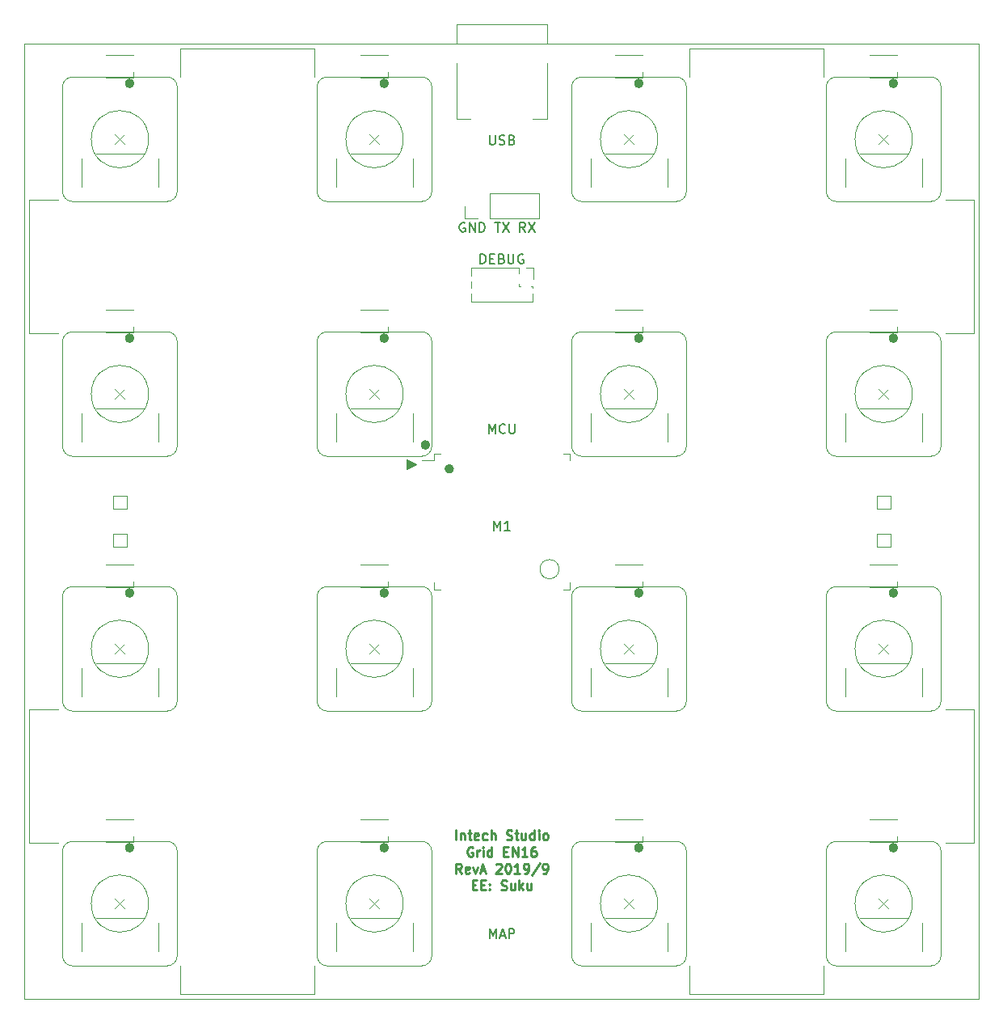
<source format=gbr>
G04 #@! TF.GenerationSoftware,KiCad,Pcbnew,(5.1.2)-2*
G04 #@! TF.CreationDate,2019-09-25T13:44:58+02:00*
G04 #@! TF.ProjectId,EN16,454e3136-2e6b-4696-9361-645f70636258,rev?*
G04 #@! TF.SameCoordinates,Original*
G04 #@! TF.FileFunction,Legend,Top*
G04 #@! TF.FilePolarity,Positive*
%FSLAX46Y46*%
G04 Gerber Fmt 4.6, Leading zero omitted, Abs format (unit mm)*
G04 Created by KiCad (PCBNEW (5.1.2)-2) date 2019-09-25 13:44:58*
%MOMM*%
%LPD*%
G04 APERTURE LIST*
%ADD10C,0.150000*%
%ADD11C,0.250000*%
%ADD12C,0.120000*%
%ADD13C,0.500000*%
%ADD14C,0.100000*%
G04 APERTURE END LIST*
D10*
X98738095Y-59574380D02*
X98738095Y-60383904D01*
X98785714Y-60479142D01*
X98833333Y-60526761D01*
X98928571Y-60574380D01*
X99119047Y-60574380D01*
X99214285Y-60526761D01*
X99261904Y-60479142D01*
X99309523Y-60383904D01*
X99309523Y-59574380D01*
X99738095Y-60526761D02*
X99880952Y-60574380D01*
X100119047Y-60574380D01*
X100214285Y-60526761D01*
X100261904Y-60479142D01*
X100309523Y-60383904D01*
X100309523Y-60288666D01*
X100261904Y-60193428D01*
X100214285Y-60145809D01*
X100119047Y-60098190D01*
X99928571Y-60050571D01*
X99833333Y-60002952D01*
X99785714Y-59955333D01*
X99738095Y-59860095D01*
X99738095Y-59764857D01*
X99785714Y-59669619D01*
X99833333Y-59622000D01*
X99928571Y-59574380D01*
X100166666Y-59574380D01*
X100309523Y-59622000D01*
X101071428Y-60050571D02*
X101214285Y-60098190D01*
X101261904Y-60145809D01*
X101309523Y-60241047D01*
X101309523Y-60383904D01*
X101261904Y-60479142D01*
X101214285Y-60526761D01*
X101119047Y-60574380D01*
X100738095Y-60574380D01*
X100738095Y-59574380D01*
X101071428Y-59574380D01*
X101166666Y-59622000D01*
X101214285Y-59669619D01*
X101261904Y-59764857D01*
X101261904Y-59860095D01*
X101214285Y-59955333D01*
X101166666Y-60002952D01*
X101071428Y-60050571D01*
X100738095Y-60050571D01*
X96134857Y-68766000D02*
X96039619Y-68718380D01*
X95896761Y-68718380D01*
X95753904Y-68766000D01*
X95658666Y-68861238D01*
X95611047Y-68956476D01*
X95563428Y-69146952D01*
X95563428Y-69289809D01*
X95611047Y-69480285D01*
X95658666Y-69575523D01*
X95753904Y-69670761D01*
X95896761Y-69718380D01*
X95992000Y-69718380D01*
X96134857Y-69670761D01*
X96182476Y-69623142D01*
X96182476Y-69289809D01*
X95992000Y-69289809D01*
X96611047Y-69718380D02*
X96611047Y-68718380D01*
X97182476Y-69718380D01*
X97182476Y-68718380D01*
X97658666Y-69718380D02*
X97658666Y-68718380D01*
X97896761Y-68718380D01*
X98039619Y-68766000D01*
X98134857Y-68861238D01*
X98182476Y-68956476D01*
X98230095Y-69146952D01*
X98230095Y-69289809D01*
X98182476Y-69480285D01*
X98134857Y-69575523D01*
X98039619Y-69670761D01*
X97896761Y-69718380D01*
X97658666Y-69718380D01*
X99277714Y-68718380D02*
X99849142Y-68718380D01*
X99563428Y-69718380D02*
X99563428Y-68718380D01*
X100087238Y-68718380D02*
X100753904Y-69718380D01*
X100753904Y-68718380D02*
X100087238Y-69718380D01*
X102468190Y-69718380D02*
X102134857Y-69242190D01*
X101896761Y-69718380D02*
X101896761Y-68718380D01*
X102277714Y-68718380D01*
X102372952Y-68766000D01*
X102420571Y-68813619D01*
X102468190Y-68908857D01*
X102468190Y-69051714D01*
X102420571Y-69146952D01*
X102372952Y-69194571D01*
X102277714Y-69242190D01*
X101896761Y-69242190D01*
X102801523Y-68718380D02*
X103468190Y-69718380D01*
X103468190Y-68718380D02*
X102801523Y-69718380D01*
X97761904Y-73020380D02*
X97761904Y-72020380D01*
X98000000Y-72020380D01*
X98142857Y-72068000D01*
X98238095Y-72163238D01*
X98285714Y-72258476D01*
X98333333Y-72448952D01*
X98333333Y-72591809D01*
X98285714Y-72782285D01*
X98238095Y-72877523D01*
X98142857Y-72972761D01*
X98000000Y-73020380D01*
X97761904Y-73020380D01*
X98761904Y-72496571D02*
X99095238Y-72496571D01*
X99238095Y-73020380D02*
X98761904Y-73020380D01*
X98761904Y-72020380D01*
X99238095Y-72020380D01*
X100000000Y-72496571D02*
X100142857Y-72544190D01*
X100190476Y-72591809D01*
X100238095Y-72687047D01*
X100238095Y-72829904D01*
X100190476Y-72925142D01*
X100142857Y-72972761D01*
X100047619Y-73020380D01*
X99666666Y-73020380D01*
X99666666Y-72020380D01*
X100000000Y-72020380D01*
X100095238Y-72068000D01*
X100142857Y-72115619D01*
X100190476Y-72210857D01*
X100190476Y-72306095D01*
X100142857Y-72401333D01*
X100095238Y-72448952D01*
X100000000Y-72496571D01*
X99666666Y-72496571D01*
X100666666Y-72020380D02*
X100666666Y-72829904D01*
X100714285Y-72925142D01*
X100761904Y-72972761D01*
X100857142Y-73020380D01*
X101047619Y-73020380D01*
X101142857Y-72972761D01*
X101190476Y-72925142D01*
X101238095Y-72829904D01*
X101238095Y-72020380D01*
X102238095Y-72068000D02*
X102142857Y-72020380D01*
X102000000Y-72020380D01*
X101857142Y-72068000D01*
X101761904Y-72163238D01*
X101714285Y-72258476D01*
X101666666Y-72448952D01*
X101666666Y-72591809D01*
X101714285Y-72782285D01*
X101761904Y-72877523D01*
X101857142Y-72972761D01*
X102000000Y-73020380D01*
X102095238Y-73020380D01*
X102238095Y-72972761D01*
X102285714Y-72925142D01*
X102285714Y-72591809D01*
X102095238Y-72591809D01*
X98738095Y-143632380D02*
X98738095Y-142632380D01*
X99071428Y-143346666D01*
X99404761Y-142632380D01*
X99404761Y-143632380D01*
X99833333Y-143346666D02*
X100309523Y-143346666D01*
X99738095Y-143632380D02*
X100071428Y-142632380D01*
X100404761Y-143632380D01*
X100738095Y-143632380D02*
X100738095Y-142632380D01*
X101119047Y-142632380D01*
X101214285Y-142680000D01*
X101261904Y-142727619D01*
X101309523Y-142822857D01*
X101309523Y-142965714D01*
X101261904Y-143060952D01*
X101214285Y-143108571D01*
X101119047Y-143156190D01*
X100738095Y-143156190D01*
X98642857Y-90800380D02*
X98642857Y-89800380D01*
X98976190Y-90514666D01*
X99309523Y-89800380D01*
X99309523Y-90800380D01*
X100357142Y-90705142D02*
X100309523Y-90752761D01*
X100166666Y-90800380D01*
X100071428Y-90800380D01*
X99928571Y-90752761D01*
X99833333Y-90657523D01*
X99785714Y-90562285D01*
X99738095Y-90371809D01*
X99738095Y-90228952D01*
X99785714Y-90038476D01*
X99833333Y-89943238D01*
X99928571Y-89848000D01*
X100071428Y-89800380D01*
X100166666Y-89800380D01*
X100309523Y-89848000D01*
X100357142Y-89895619D01*
X100785714Y-89800380D02*
X100785714Y-90609904D01*
X100833333Y-90705142D01*
X100880952Y-90752761D01*
X100976190Y-90800380D01*
X101166666Y-90800380D01*
X101261904Y-90752761D01*
X101309523Y-90705142D01*
X101357142Y-90609904D01*
X101357142Y-89800380D01*
D11*
X95214285Y-133327380D02*
X95214285Y-132327380D01*
X95690476Y-132660714D02*
X95690476Y-133327380D01*
X95690476Y-132755952D02*
X95738095Y-132708333D01*
X95833333Y-132660714D01*
X95976190Y-132660714D01*
X96071428Y-132708333D01*
X96119047Y-132803571D01*
X96119047Y-133327380D01*
X96452380Y-132660714D02*
X96833333Y-132660714D01*
X96595238Y-132327380D02*
X96595238Y-133184523D01*
X96642857Y-133279761D01*
X96738095Y-133327380D01*
X96833333Y-133327380D01*
X97547619Y-133279761D02*
X97452380Y-133327380D01*
X97261904Y-133327380D01*
X97166666Y-133279761D01*
X97119047Y-133184523D01*
X97119047Y-132803571D01*
X97166666Y-132708333D01*
X97261904Y-132660714D01*
X97452380Y-132660714D01*
X97547619Y-132708333D01*
X97595238Y-132803571D01*
X97595238Y-132898809D01*
X97119047Y-132994047D01*
X98452380Y-133279761D02*
X98357142Y-133327380D01*
X98166666Y-133327380D01*
X98071428Y-133279761D01*
X98023809Y-133232142D01*
X97976190Y-133136904D01*
X97976190Y-132851190D01*
X98023809Y-132755952D01*
X98071428Y-132708333D01*
X98166666Y-132660714D01*
X98357142Y-132660714D01*
X98452380Y-132708333D01*
X98880952Y-133327380D02*
X98880952Y-132327380D01*
X99309523Y-133327380D02*
X99309523Y-132803571D01*
X99261904Y-132708333D01*
X99166666Y-132660714D01*
X99023809Y-132660714D01*
X98928571Y-132708333D01*
X98880952Y-132755952D01*
X100500000Y-133279761D02*
X100642857Y-133327380D01*
X100880952Y-133327380D01*
X100976190Y-133279761D01*
X101023809Y-133232142D01*
X101071428Y-133136904D01*
X101071428Y-133041666D01*
X101023809Y-132946428D01*
X100976190Y-132898809D01*
X100880952Y-132851190D01*
X100690476Y-132803571D01*
X100595238Y-132755952D01*
X100547619Y-132708333D01*
X100500000Y-132613095D01*
X100500000Y-132517857D01*
X100547619Y-132422619D01*
X100595238Y-132375000D01*
X100690476Y-132327380D01*
X100928571Y-132327380D01*
X101071428Y-132375000D01*
X101357142Y-132660714D02*
X101738095Y-132660714D01*
X101500000Y-132327380D02*
X101500000Y-133184523D01*
X101547619Y-133279761D01*
X101642857Y-133327380D01*
X101738095Y-133327380D01*
X102500000Y-132660714D02*
X102500000Y-133327380D01*
X102071428Y-132660714D02*
X102071428Y-133184523D01*
X102119047Y-133279761D01*
X102214285Y-133327380D01*
X102357142Y-133327380D01*
X102452380Y-133279761D01*
X102500000Y-133232142D01*
X103404761Y-133327380D02*
X103404761Y-132327380D01*
X103404761Y-133279761D02*
X103309523Y-133327380D01*
X103119047Y-133327380D01*
X103023809Y-133279761D01*
X102976190Y-133232142D01*
X102928571Y-133136904D01*
X102928571Y-132851190D01*
X102976190Y-132755952D01*
X103023809Y-132708333D01*
X103119047Y-132660714D01*
X103309523Y-132660714D01*
X103404761Y-132708333D01*
X103880952Y-133327380D02*
X103880952Y-132660714D01*
X103880952Y-132327380D02*
X103833333Y-132375000D01*
X103880952Y-132422619D01*
X103928571Y-132375000D01*
X103880952Y-132327380D01*
X103880952Y-132422619D01*
X104500000Y-133327380D02*
X104404761Y-133279761D01*
X104357142Y-133232142D01*
X104309523Y-133136904D01*
X104309523Y-132851190D01*
X104357142Y-132755952D01*
X104404761Y-132708333D01*
X104500000Y-132660714D01*
X104642857Y-132660714D01*
X104738095Y-132708333D01*
X104785714Y-132755952D01*
X104833333Y-132851190D01*
X104833333Y-133136904D01*
X104785714Y-133232142D01*
X104738095Y-133279761D01*
X104642857Y-133327380D01*
X104500000Y-133327380D01*
X96952380Y-134125000D02*
X96857142Y-134077380D01*
X96714285Y-134077380D01*
X96571428Y-134125000D01*
X96476190Y-134220238D01*
X96428571Y-134315476D01*
X96380952Y-134505952D01*
X96380952Y-134648809D01*
X96428571Y-134839285D01*
X96476190Y-134934523D01*
X96571428Y-135029761D01*
X96714285Y-135077380D01*
X96809523Y-135077380D01*
X96952380Y-135029761D01*
X97000000Y-134982142D01*
X97000000Y-134648809D01*
X96809523Y-134648809D01*
X97428571Y-135077380D02*
X97428571Y-134410714D01*
X97428571Y-134601190D02*
X97476190Y-134505952D01*
X97523809Y-134458333D01*
X97619047Y-134410714D01*
X97714285Y-134410714D01*
X98047619Y-135077380D02*
X98047619Y-134410714D01*
X98047619Y-134077380D02*
X98000000Y-134125000D01*
X98047619Y-134172619D01*
X98095238Y-134125000D01*
X98047619Y-134077380D01*
X98047619Y-134172619D01*
X98952380Y-135077380D02*
X98952380Y-134077380D01*
X98952380Y-135029761D02*
X98857142Y-135077380D01*
X98666666Y-135077380D01*
X98571428Y-135029761D01*
X98523809Y-134982142D01*
X98476190Y-134886904D01*
X98476190Y-134601190D01*
X98523809Y-134505952D01*
X98571428Y-134458333D01*
X98666666Y-134410714D01*
X98857142Y-134410714D01*
X98952380Y-134458333D01*
X100190476Y-134553571D02*
X100523809Y-134553571D01*
X100666666Y-135077380D02*
X100190476Y-135077380D01*
X100190476Y-134077380D01*
X100666666Y-134077380D01*
X101095238Y-135077380D02*
X101095238Y-134077380D01*
X101666666Y-135077380D01*
X101666666Y-134077380D01*
X102666666Y-135077380D02*
X102095238Y-135077380D01*
X102380952Y-135077380D02*
X102380952Y-134077380D01*
X102285714Y-134220238D01*
X102190476Y-134315476D01*
X102095238Y-134363095D01*
X103523809Y-134077380D02*
X103333333Y-134077380D01*
X103238095Y-134125000D01*
X103190476Y-134172619D01*
X103095238Y-134315476D01*
X103047619Y-134505952D01*
X103047619Y-134886904D01*
X103095238Y-134982142D01*
X103142857Y-135029761D01*
X103238095Y-135077380D01*
X103428571Y-135077380D01*
X103523809Y-135029761D01*
X103571428Y-134982142D01*
X103619047Y-134886904D01*
X103619047Y-134648809D01*
X103571428Y-134553571D01*
X103523809Y-134505952D01*
X103428571Y-134458333D01*
X103238095Y-134458333D01*
X103142857Y-134505952D01*
X103095238Y-134553571D01*
X103047619Y-134648809D01*
X95785714Y-136827380D02*
X95452380Y-136351190D01*
X95214285Y-136827380D02*
X95214285Y-135827380D01*
X95595238Y-135827380D01*
X95690476Y-135875000D01*
X95738095Y-135922619D01*
X95785714Y-136017857D01*
X95785714Y-136160714D01*
X95738095Y-136255952D01*
X95690476Y-136303571D01*
X95595238Y-136351190D01*
X95214285Y-136351190D01*
X96595238Y-136779761D02*
X96500000Y-136827380D01*
X96309523Y-136827380D01*
X96214285Y-136779761D01*
X96166666Y-136684523D01*
X96166666Y-136303571D01*
X96214285Y-136208333D01*
X96309523Y-136160714D01*
X96500000Y-136160714D01*
X96595238Y-136208333D01*
X96642857Y-136303571D01*
X96642857Y-136398809D01*
X96166666Y-136494047D01*
X96976190Y-136160714D02*
X97214285Y-136827380D01*
X97452380Y-136160714D01*
X97785714Y-136541666D02*
X98261904Y-136541666D01*
X97690476Y-136827380D02*
X98023809Y-135827380D01*
X98357142Y-136827380D01*
X99404761Y-135922619D02*
X99452380Y-135875000D01*
X99547619Y-135827380D01*
X99785714Y-135827380D01*
X99880952Y-135875000D01*
X99928571Y-135922619D01*
X99976190Y-136017857D01*
X99976190Y-136113095D01*
X99928571Y-136255952D01*
X99357142Y-136827380D01*
X99976190Y-136827380D01*
X100595238Y-135827380D02*
X100690476Y-135827380D01*
X100785714Y-135875000D01*
X100833333Y-135922619D01*
X100880952Y-136017857D01*
X100928571Y-136208333D01*
X100928571Y-136446428D01*
X100880952Y-136636904D01*
X100833333Y-136732142D01*
X100785714Y-136779761D01*
X100690476Y-136827380D01*
X100595238Y-136827380D01*
X100500000Y-136779761D01*
X100452380Y-136732142D01*
X100404761Y-136636904D01*
X100357142Y-136446428D01*
X100357142Y-136208333D01*
X100404761Y-136017857D01*
X100452380Y-135922619D01*
X100500000Y-135875000D01*
X100595238Y-135827380D01*
X101880952Y-136827380D02*
X101309523Y-136827380D01*
X101595238Y-136827380D02*
X101595238Y-135827380D01*
X101500000Y-135970238D01*
X101404761Y-136065476D01*
X101309523Y-136113095D01*
X102357142Y-136827380D02*
X102547619Y-136827380D01*
X102642857Y-136779761D01*
X102690476Y-136732142D01*
X102785714Y-136589285D01*
X102833333Y-136398809D01*
X102833333Y-136017857D01*
X102785714Y-135922619D01*
X102738095Y-135875000D01*
X102642857Y-135827380D01*
X102452380Y-135827380D01*
X102357142Y-135875000D01*
X102309523Y-135922619D01*
X102261904Y-136017857D01*
X102261904Y-136255952D01*
X102309523Y-136351190D01*
X102357142Y-136398809D01*
X102452380Y-136446428D01*
X102642857Y-136446428D01*
X102738095Y-136398809D01*
X102785714Y-136351190D01*
X102833333Y-136255952D01*
X103976190Y-135779761D02*
X103119047Y-137065476D01*
X104357142Y-136827380D02*
X104547619Y-136827380D01*
X104642857Y-136779761D01*
X104690476Y-136732142D01*
X104785714Y-136589285D01*
X104833333Y-136398809D01*
X104833333Y-136017857D01*
X104785714Y-135922619D01*
X104738095Y-135875000D01*
X104642857Y-135827380D01*
X104452380Y-135827380D01*
X104357142Y-135875000D01*
X104309523Y-135922619D01*
X104261904Y-136017857D01*
X104261904Y-136255952D01*
X104309523Y-136351190D01*
X104357142Y-136398809D01*
X104452380Y-136446428D01*
X104642857Y-136446428D01*
X104738095Y-136398809D01*
X104785714Y-136351190D01*
X104833333Y-136255952D01*
X96928571Y-138053571D02*
X97261904Y-138053571D01*
X97404761Y-138577380D02*
X96928571Y-138577380D01*
X96928571Y-137577380D01*
X97404761Y-137577380D01*
X97833333Y-138053571D02*
X98166666Y-138053571D01*
X98309523Y-138577380D02*
X97833333Y-138577380D01*
X97833333Y-137577380D01*
X98309523Y-137577380D01*
X98738095Y-138482142D02*
X98785714Y-138529761D01*
X98738095Y-138577380D01*
X98690476Y-138529761D01*
X98738095Y-138482142D01*
X98738095Y-138577380D01*
X98738095Y-137958333D02*
X98785714Y-138005952D01*
X98738095Y-138053571D01*
X98690476Y-138005952D01*
X98738095Y-137958333D01*
X98738095Y-138053571D01*
X99928571Y-138529761D02*
X100071428Y-138577380D01*
X100309523Y-138577380D01*
X100404761Y-138529761D01*
X100452380Y-138482142D01*
X100500000Y-138386904D01*
X100500000Y-138291666D01*
X100452380Y-138196428D01*
X100404761Y-138148809D01*
X100309523Y-138101190D01*
X100119047Y-138053571D01*
X100023809Y-138005952D01*
X99976190Y-137958333D01*
X99928571Y-137863095D01*
X99928571Y-137767857D01*
X99976190Y-137672619D01*
X100023809Y-137625000D01*
X100119047Y-137577380D01*
X100357142Y-137577380D01*
X100500000Y-137625000D01*
X101357142Y-137910714D02*
X101357142Y-138577380D01*
X100928571Y-137910714D02*
X100928571Y-138434523D01*
X100976190Y-138529761D01*
X101071428Y-138577380D01*
X101214285Y-138577380D01*
X101309523Y-138529761D01*
X101357142Y-138482142D01*
X101833333Y-138577380D02*
X101833333Y-137577380D01*
X101928571Y-138196428D02*
X102214285Y-138577380D01*
X102214285Y-137910714D02*
X101833333Y-138291666D01*
X103071428Y-137910714D02*
X103071428Y-138577380D01*
X102642857Y-137910714D02*
X102642857Y-138434523D01*
X102690476Y-138529761D01*
X102785714Y-138577380D01*
X102928571Y-138577380D01*
X103023809Y-138529761D01*
X103071428Y-138482142D01*
D12*
X57495000Y-141505000D02*
X62495000Y-141505000D01*
X59495000Y-139505000D02*
X60495000Y-140505000D01*
X59495000Y-140505000D02*
X60495000Y-139505000D01*
X62995000Y-140005000D02*
G75*
G03X62995000Y-140005000I-3000000J0D01*
G01*
X54995000Y-146505000D02*
G75*
G02X53995000Y-145505000I0J1000000D01*
G01*
X65995000Y-145505000D02*
G75*
G02X64995000Y-146505000I-1000000J0D01*
G01*
X64995000Y-133505000D02*
G75*
G02X65995000Y-134505000I0J-1000000D01*
G01*
X53995000Y-134505000D02*
G75*
G02X54995000Y-133505000I1000000J0D01*
G01*
X65995000Y-145505000D02*
X65995000Y-134505000D01*
X63995000Y-145005000D02*
X63995000Y-142005000D01*
X54995000Y-146505000D02*
X64995000Y-146505000D01*
X55995000Y-142005000D02*
X55995000Y-145005000D01*
X53995000Y-134505000D02*
X53995000Y-145505000D01*
X54995000Y-133505000D02*
X64995000Y-133505000D01*
X50000000Y-150000000D02*
X50000000Y-50000000D01*
X150000000Y-150000000D02*
X50000000Y-150000000D01*
X150000000Y-50000000D02*
X150000000Y-150000000D01*
X50000000Y-50000000D02*
X150000000Y-50000000D01*
D13*
X141271000Y-54153000D02*
G75*
G03X141271000Y-54153000I-250000J0D01*
G01*
D12*
X138555000Y-53525000D02*
X141455000Y-53525000D01*
X138555000Y-51225000D02*
X141455000Y-51225000D01*
X141455000Y-52925000D02*
X141455000Y-53525000D01*
X80330000Y-50510000D02*
X80330000Y-53510000D01*
X66330000Y-50510000D02*
X80330000Y-50510000D01*
X66330000Y-53510000D02*
X66330000Y-50510000D01*
D13*
X114601000Y-107493000D02*
G75*
G03X114601000Y-107493000I-250000J0D01*
G01*
D12*
X111885000Y-106865000D02*
X114785000Y-106865000D01*
X111885000Y-104565000D02*
X114785000Y-104565000D01*
X114785000Y-106265000D02*
X114785000Y-106865000D01*
D13*
X141271000Y-107493000D02*
G75*
G03X141271000Y-107493000I-250000J0D01*
G01*
D12*
X138555000Y-106865000D02*
X141455000Y-106865000D01*
X138555000Y-104565000D02*
X141455000Y-104565000D01*
X141455000Y-106265000D02*
X141455000Y-106865000D01*
D13*
X61261000Y-107493000D02*
G75*
G03X61261000Y-107493000I-250000J0D01*
G01*
D12*
X58545000Y-106865000D02*
X61445000Y-106865000D01*
X58545000Y-104565000D02*
X61445000Y-104565000D01*
X61445000Y-106265000D02*
X61445000Y-106865000D01*
D13*
X87931000Y-80823000D02*
G75*
G03X87931000Y-80823000I-250000J0D01*
G01*
D12*
X85215000Y-80195000D02*
X88115000Y-80195000D01*
X85215000Y-77895000D02*
X88115000Y-77895000D01*
X88115000Y-79595000D02*
X88115000Y-80195000D01*
X104750000Y-48000000D02*
X95250000Y-48000000D01*
X95250000Y-50000000D02*
X95250000Y-48000000D01*
X104750000Y-50000000D02*
X104750000Y-48000000D01*
X104750000Y-57870000D02*
X103250000Y-57870000D01*
X104750000Y-57870000D02*
X104750000Y-52000000D01*
X95250000Y-57870000D02*
X95250000Y-52000000D01*
X96750000Y-57870000D02*
X95250000Y-57870000D01*
X106000000Y-105000000D02*
G75*
G03X106000000Y-105000000I-1000000J0D01*
G01*
D14*
G36*
X90000000Y-93500000D02*
G01*
X91000000Y-94000000D01*
X90000000Y-94500000D01*
X90000000Y-93500000D01*
G37*
X90000000Y-93500000D02*
X91000000Y-94000000D01*
X90000000Y-94500000D01*
X90000000Y-93500000D01*
D13*
X94750000Y-94500000D02*
G75*
G03X94750000Y-94500000I-250000J0D01*
G01*
X92250000Y-92000000D02*
G75*
G03X92250000Y-92000000I-250000J0D01*
G01*
D12*
X92890000Y-93590000D02*
X91600000Y-93590000D01*
X107110000Y-107110000D02*
X107110000Y-106410000D01*
X106410000Y-107110000D02*
X107110000Y-107110000D01*
X92890000Y-107110000D02*
X92890000Y-106410000D01*
X93590000Y-107110000D02*
X92890000Y-107110000D01*
X107110000Y-92890000D02*
X107110000Y-93590000D01*
X106410000Y-92890000D02*
X107110000Y-92890000D01*
X92890000Y-92890000D02*
X92890000Y-93590000D01*
X93590000Y-92890000D02*
X92890000Y-92890000D01*
X139300000Y-102700000D02*
X139300000Y-101300000D01*
X140700000Y-102700000D02*
X139300000Y-102700000D01*
X140700000Y-101300000D02*
X140700000Y-102700000D01*
X139300000Y-101300000D02*
X140700000Y-101300000D01*
X59300000Y-102700000D02*
X59300000Y-101300000D01*
X60700000Y-102700000D02*
X59300000Y-102700000D01*
X60700000Y-101300000D02*
X60700000Y-102700000D01*
X59300000Y-101300000D02*
X60700000Y-101300000D01*
X139300000Y-98700000D02*
X139300000Y-97300000D01*
X140700000Y-98700000D02*
X139300000Y-98700000D01*
X140700000Y-97300000D02*
X140700000Y-98700000D01*
X139300000Y-97300000D02*
X140700000Y-97300000D01*
X59300000Y-98700000D02*
X59300000Y-97300000D01*
X60700000Y-98700000D02*
X59300000Y-98700000D01*
X60700000Y-97300000D02*
X60700000Y-98700000D01*
X59300000Y-97300000D02*
X60700000Y-97300000D01*
X119670000Y-149490000D02*
X119670000Y-146490000D01*
X133670000Y-149490000D02*
X119670000Y-149490000D01*
X133670000Y-146490000D02*
X133670000Y-149490000D01*
X66330000Y-149490000D02*
X66330000Y-146490000D01*
X80330000Y-149490000D02*
X66330000Y-149490000D01*
X80330000Y-146490000D02*
X80330000Y-149490000D01*
D13*
X87931000Y-107493000D02*
G75*
G03X87931000Y-107493000I-250000J0D01*
G01*
D12*
X85215000Y-106865000D02*
X88115000Y-106865000D01*
X85215000Y-104565000D02*
X88115000Y-104565000D01*
X88115000Y-106265000D02*
X88115000Y-106865000D01*
X149490000Y-133670000D02*
X146490000Y-133670000D01*
X149490000Y-119670000D02*
X149490000Y-133670000D01*
X146490000Y-119670000D02*
X149490000Y-119670000D01*
X149490000Y-80330000D02*
X146490000Y-80330000D01*
X149490000Y-66330000D02*
X149490000Y-80330000D01*
X146490000Y-66330000D02*
X149490000Y-66330000D01*
X133670000Y-50510000D02*
X133670000Y-53510000D01*
X119670000Y-50510000D02*
X133670000Y-50510000D01*
X119670000Y-53510000D02*
X119670000Y-50510000D01*
X50510000Y-119670000D02*
X53510000Y-119670000D01*
X50510000Y-133670000D02*
X50510000Y-119670000D01*
X53510000Y-133670000D02*
X50510000Y-133670000D01*
X50510000Y-66330000D02*
X53510000Y-66330000D01*
X50510000Y-80330000D02*
X50510000Y-66330000D01*
X53510000Y-80330000D02*
X50510000Y-80330000D01*
X103300000Y-73470000D02*
X103300000Y-74600000D01*
X102540000Y-73470000D02*
X103300000Y-73470000D01*
X103235000Y-76177530D02*
X103235000Y-77000000D01*
X103235000Y-75360000D02*
X103235000Y-75562470D01*
X103103471Y-75360000D02*
X103235000Y-75360000D01*
X101833471Y-75360000D02*
X101976529Y-75360000D01*
X101780000Y-75163471D02*
X101780000Y-75306529D01*
X101780000Y-73470000D02*
X101780000Y-74036529D01*
X103235000Y-77000000D02*
X96765000Y-77000000D01*
X101780000Y-73470000D02*
X96765000Y-73470000D01*
X96765000Y-74907530D02*
X96765000Y-75562470D01*
X96765000Y-76177530D02*
X96765000Y-77000000D01*
X96765000Y-73470000D02*
X96765000Y-74292470D01*
X96130000Y-68310000D02*
X96130000Y-66980000D01*
X97460000Y-68310000D02*
X96130000Y-68310000D01*
X98730000Y-68310000D02*
X98730000Y-65650000D01*
X98730000Y-65650000D02*
X103870000Y-65650000D01*
X98730000Y-68310000D02*
X103870000Y-68310000D01*
X103870000Y-68310000D02*
X103870000Y-65650000D01*
D13*
X141271000Y-134163000D02*
G75*
G03X141271000Y-134163000I-250000J0D01*
G01*
D12*
X138555000Y-133535000D02*
X141455000Y-133535000D01*
X138555000Y-131235000D02*
X141455000Y-131235000D01*
X141455000Y-132935000D02*
X141455000Y-133535000D01*
D13*
X141271000Y-80823000D02*
G75*
G03X141271000Y-80823000I-250000J0D01*
G01*
D12*
X138555000Y-80195000D02*
X141455000Y-80195000D01*
X138555000Y-77895000D02*
X141455000Y-77895000D01*
X141455000Y-79595000D02*
X141455000Y-80195000D01*
D13*
X114601000Y-134163000D02*
G75*
G03X114601000Y-134163000I-250000J0D01*
G01*
D12*
X111885000Y-133535000D02*
X114785000Y-133535000D01*
X111885000Y-131235000D02*
X114785000Y-131235000D01*
X114785000Y-132935000D02*
X114785000Y-133535000D01*
D13*
X114601000Y-80823000D02*
G75*
G03X114601000Y-80823000I-250000J0D01*
G01*
D12*
X111885000Y-80195000D02*
X114785000Y-80195000D01*
X111885000Y-77895000D02*
X114785000Y-77895000D01*
X114785000Y-79595000D02*
X114785000Y-80195000D01*
D13*
X114601000Y-54153000D02*
G75*
G03X114601000Y-54153000I-250000J0D01*
G01*
D12*
X111885000Y-53525000D02*
X114785000Y-53525000D01*
X111885000Y-51225000D02*
X114785000Y-51225000D01*
X114785000Y-52925000D02*
X114785000Y-53525000D01*
D13*
X87931000Y-134163000D02*
G75*
G03X87931000Y-134163000I-250000J0D01*
G01*
D12*
X85215000Y-133535000D02*
X88115000Y-133535000D01*
X85215000Y-131235000D02*
X88115000Y-131235000D01*
X88115000Y-132935000D02*
X88115000Y-133535000D01*
D13*
X87931000Y-54153000D02*
G75*
G03X87931000Y-54153000I-250000J0D01*
G01*
D12*
X85215000Y-53525000D02*
X88115000Y-53525000D01*
X85215000Y-51225000D02*
X88115000Y-51225000D01*
X88115000Y-52925000D02*
X88115000Y-53525000D01*
D13*
X61261000Y-134163000D02*
G75*
G03X61261000Y-134163000I-250000J0D01*
G01*
D12*
X58545000Y-133535000D02*
X61445000Y-133535000D01*
X58545000Y-131235000D02*
X61445000Y-131235000D01*
X61445000Y-132935000D02*
X61445000Y-133535000D01*
D13*
X61261000Y-80823000D02*
G75*
G03X61261000Y-80823000I-250000J0D01*
G01*
D12*
X58545000Y-80195000D02*
X61445000Y-80195000D01*
X58545000Y-77895000D02*
X61445000Y-77895000D01*
X61445000Y-79595000D02*
X61445000Y-80195000D01*
D13*
X61261000Y-54153000D02*
G75*
G03X61261000Y-54153000I-250000J0D01*
G01*
D12*
X58545000Y-53525000D02*
X61445000Y-53525000D01*
X58545000Y-51225000D02*
X61445000Y-51225000D01*
X61445000Y-52925000D02*
X61445000Y-53525000D01*
X84165000Y-114835000D02*
X89165000Y-114835000D01*
X86165000Y-112835000D02*
X87165000Y-113835000D01*
X86165000Y-113835000D02*
X87165000Y-112835000D01*
X89665000Y-113335000D02*
G75*
G03X89665000Y-113335000I-3000000J0D01*
G01*
X81665000Y-119835000D02*
G75*
G02X80665000Y-118835000I0J1000000D01*
G01*
X92665000Y-118835000D02*
G75*
G02X91665000Y-119835000I-1000000J0D01*
G01*
X91665000Y-106835000D02*
G75*
G02X92665000Y-107835000I0J-1000000D01*
G01*
X80665000Y-107835000D02*
G75*
G02X81665000Y-106835000I1000000J0D01*
G01*
X92665000Y-118835000D02*
X92665000Y-107835000D01*
X90665000Y-118335000D02*
X90665000Y-115335000D01*
X81665000Y-119835000D02*
X91665000Y-119835000D01*
X82665000Y-115335000D02*
X82665000Y-118335000D01*
X80665000Y-107835000D02*
X80665000Y-118835000D01*
X81665000Y-106835000D02*
X91665000Y-106835000D01*
X137505000Y-114835000D02*
X142505000Y-114835000D01*
X139505000Y-112835000D02*
X140505000Y-113835000D01*
X139505000Y-113835000D02*
X140505000Y-112835000D01*
X143005000Y-113335000D02*
G75*
G03X143005000Y-113335000I-3000000J0D01*
G01*
X135005000Y-119835000D02*
G75*
G02X134005000Y-118835000I0J1000000D01*
G01*
X146005000Y-118835000D02*
G75*
G02X145005000Y-119835000I-1000000J0D01*
G01*
X145005000Y-106835000D02*
G75*
G02X146005000Y-107835000I0J-1000000D01*
G01*
X134005000Y-107835000D02*
G75*
G02X135005000Y-106835000I1000000J0D01*
G01*
X146005000Y-118835000D02*
X146005000Y-107835000D01*
X144005000Y-118335000D02*
X144005000Y-115335000D01*
X135005000Y-119835000D02*
X145005000Y-119835000D01*
X136005000Y-115335000D02*
X136005000Y-118335000D01*
X134005000Y-107835000D02*
X134005000Y-118835000D01*
X135005000Y-106835000D02*
X145005000Y-106835000D01*
X137505000Y-61495000D02*
X142505000Y-61495000D01*
X139505000Y-59495000D02*
X140505000Y-60495000D01*
X139505000Y-60495000D02*
X140505000Y-59495000D01*
X143005000Y-59995000D02*
G75*
G03X143005000Y-59995000I-3000000J0D01*
G01*
X135005000Y-66495000D02*
G75*
G02X134005000Y-65495000I0J1000000D01*
G01*
X146005000Y-65495000D02*
G75*
G02X145005000Y-66495000I-1000000J0D01*
G01*
X145005000Y-53495000D02*
G75*
G02X146005000Y-54495000I0J-1000000D01*
G01*
X134005000Y-54495000D02*
G75*
G02X135005000Y-53495000I1000000J0D01*
G01*
X146005000Y-65495000D02*
X146005000Y-54495000D01*
X144005000Y-64995000D02*
X144005000Y-61995000D01*
X135005000Y-66495000D02*
X145005000Y-66495000D01*
X136005000Y-61995000D02*
X136005000Y-64995000D01*
X134005000Y-54495000D02*
X134005000Y-65495000D01*
X135005000Y-53495000D02*
X145005000Y-53495000D01*
X137505000Y-88165000D02*
X142505000Y-88165000D01*
X139505000Y-86165000D02*
X140505000Y-87165000D01*
X139505000Y-87165000D02*
X140505000Y-86165000D01*
X143005000Y-86665000D02*
G75*
G03X143005000Y-86665000I-3000000J0D01*
G01*
X135005000Y-93165000D02*
G75*
G02X134005000Y-92165000I0J1000000D01*
G01*
X146005000Y-92165000D02*
G75*
G02X145005000Y-93165000I-1000000J0D01*
G01*
X145005000Y-80165000D02*
G75*
G02X146005000Y-81165000I0J-1000000D01*
G01*
X134005000Y-81165000D02*
G75*
G02X135005000Y-80165000I1000000J0D01*
G01*
X146005000Y-92165000D02*
X146005000Y-81165000D01*
X144005000Y-91665000D02*
X144005000Y-88665000D01*
X135005000Y-93165000D02*
X145005000Y-93165000D01*
X136005000Y-88665000D02*
X136005000Y-91665000D01*
X134005000Y-81165000D02*
X134005000Y-92165000D01*
X135005000Y-80165000D02*
X145005000Y-80165000D01*
X137505000Y-141505000D02*
X142505000Y-141505000D01*
X139505000Y-139505000D02*
X140505000Y-140505000D01*
X139505000Y-140505000D02*
X140505000Y-139505000D01*
X143005000Y-140005000D02*
G75*
G03X143005000Y-140005000I-3000000J0D01*
G01*
X135005000Y-146505000D02*
G75*
G02X134005000Y-145505000I0J1000000D01*
G01*
X146005000Y-145505000D02*
G75*
G02X145005000Y-146505000I-1000000J0D01*
G01*
X145005000Y-133505000D02*
G75*
G02X146005000Y-134505000I0J-1000000D01*
G01*
X134005000Y-134505000D02*
G75*
G02X135005000Y-133505000I1000000J0D01*
G01*
X146005000Y-145505000D02*
X146005000Y-134505000D01*
X144005000Y-145005000D02*
X144005000Y-142005000D01*
X135005000Y-146505000D02*
X145005000Y-146505000D01*
X136005000Y-142005000D02*
X136005000Y-145005000D01*
X134005000Y-134505000D02*
X134005000Y-145505000D01*
X135005000Y-133505000D02*
X145005000Y-133505000D01*
X110835000Y-141505000D02*
X115835000Y-141505000D01*
X112835000Y-139505000D02*
X113835000Y-140505000D01*
X112835000Y-140505000D02*
X113835000Y-139505000D01*
X116335000Y-140005000D02*
G75*
G03X116335000Y-140005000I-3000000J0D01*
G01*
X108335000Y-146505000D02*
G75*
G02X107335000Y-145505000I0J1000000D01*
G01*
X119335000Y-145505000D02*
G75*
G02X118335000Y-146505000I-1000000J0D01*
G01*
X118335000Y-133505000D02*
G75*
G02X119335000Y-134505000I0J-1000000D01*
G01*
X107335000Y-134505000D02*
G75*
G02X108335000Y-133505000I1000000J0D01*
G01*
X119335000Y-145505000D02*
X119335000Y-134505000D01*
X117335000Y-145005000D02*
X117335000Y-142005000D01*
X108335000Y-146505000D02*
X118335000Y-146505000D01*
X109335000Y-142005000D02*
X109335000Y-145005000D01*
X107335000Y-134505000D02*
X107335000Y-145505000D01*
X108335000Y-133505000D02*
X118335000Y-133505000D01*
X84165000Y-141505000D02*
X89165000Y-141505000D01*
X86165000Y-139505000D02*
X87165000Y-140505000D01*
X86165000Y-140505000D02*
X87165000Y-139505000D01*
X89665000Y-140005000D02*
G75*
G03X89665000Y-140005000I-3000000J0D01*
G01*
X81665000Y-146505000D02*
G75*
G02X80665000Y-145505000I0J1000000D01*
G01*
X92665000Y-145505000D02*
G75*
G02X91665000Y-146505000I-1000000J0D01*
G01*
X91665000Y-133505000D02*
G75*
G02X92665000Y-134505000I0J-1000000D01*
G01*
X80665000Y-134505000D02*
G75*
G02X81665000Y-133505000I1000000J0D01*
G01*
X92665000Y-145505000D02*
X92665000Y-134505000D01*
X90665000Y-145005000D02*
X90665000Y-142005000D01*
X81665000Y-146505000D02*
X91665000Y-146505000D01*
X82665000Y-142005000D02*
X82665000Y-145005000D01*
X80665000Y-134505000D02*
X80665000Y-145505000D01*
X81665000Y-133505000D02*
X91665000Y-133505000D01*
X110835000Y-114835000D02*
X115835000Y-114835000D01*
X112835000Y-112835000D02*
X113835000Y-113835000D01*
X112835000Y-113835000D02*
X113835000Y-112835000D01*
X116335000Y-113335000D02*
G75*
G03X116335000Y-113335000I-3000000J0D01*
G01*
X108335000Y-119835000D02*
G75*
G02X107335000Y-118835000I0J1000000D01*
G01*
X119335000Y-118835000D02*
G75*
G02X118335000Y-119835000I-1000000J0D01*
G01*
X118335000Y-106835000D02*
G75*
G02X119335000Y-107835000I0J-1000000D01*
G01*
X107335000Y-107835000D02*
G75*
G02X108335000Y-106835000I1000000J0D01*
G01*
X119335000Y-118835000D02*
X119335000Y-107835000D01*
X117335000Y-118335000D02*
X117335000Y-115335000D01*
X108335000Y-119835000D02*
X118335000Y-119835000D01*
X109335000Y-115335000D02*
X109335000Y-118335000D01*
X107335000Y-107835000D02*
X107335000Y-118835000D01*
X108335000Y-106835000D02*
X118335000Y-106835000D01*
X57495000Y-114835000D02*
X62495000Y-114835000D01*
X59495000Y-112835000D02*
X60495000Y-113835000D01*
X59495000Y-113835000D02*
X60495000Y-112835000D01*
X62995000Y-113335000D02*
G75*
G03X62995000Y-113335000I-3000000J0D01*
G01*
X54995000Y-119835000D02*
G75*
G02X53995000Y-118835000I0J1000000D01*
G01*
X65995000Y-118835000D02*
G75*
G02X64995000Y-119835000I-1000000J0D01*
G01*
X64995000Y-106835000D02*
G75*
G02X65995000Y-107835000I0J-1000000D01*
G01*
X53995000Y-107835000D02*
G75*
G02X54995000Y-106835000I1000000J0D01*
G01*
X65995000Y-118835000D02*
X65995000Y-107835000D01*
X63995000Y-118335000D02*
X63995000Y-115335000D01*
X54995000Y-119835000D02*
X64995000Y-119835000D01*
X55995000Y-115335000D02*
X55995000Y-118335000D01*
X53995000Y-107835000D02*
X53995000Y-118835000D01*
X54995000Y-106835000D02*
X64995000Y-106835000D01*
X110835000Y-88165000D02*
X115835000Y-88165000D01*
X112835000Y-86165000D02*
X113835000Y-87165000D01*
X112835000Y-87165000D02*
X113835000Y-86165000D01*
X116335000Y-86665000D02*
G75*
G03X116335000Y-86665000I-3000000J0D01*
G01*
X108335000Y-93165000D02*
G75*
G02X107335000Y-92165000I0J1000000D01*
G01*
X119335000Y-92165000D02*
G75*
G02X118335000Y-93165000I-1000000J0D01*
G01*
X118335000Y-80165000D02*
G75*
G02X119335000Y-81165000I0J-1000000D01*
G01*
X107335000Y-81165000D02*
G75*
G02X108335000Y-80165000I1000000J0D01*
G01*
X119335000Y-92165000D02*
X119335000Y-81165000D01*
X117335000Y-91665000D02*
X117335000Y-88665000D01*
X108335000Y-93165000D02*
X118335000Y-93165000D01*
X109335000Y-88665000D02*
X109335000Y-91665000D01*
X107335000Y-81165000D02*
X107335000Y-92165000D01*
X108335000Y-80165000D02*
X118335000Y-80165000D01*
X84165000Y-88165000D02*
X89165000Y-88165000D01*
X86165000Y-86165000D02*
X87165000Y-87165000D01*
X86165000Y-87165000D02*
X87165000Y-86165000D01*
X89665000Y-86665000D02*
G75*
G03X89665000Y-86665000I-3000000J0D01*
G01*
X81665000Y-93165000D02*
G75*
G02X80665000Y-92165000I0J1000000D01*
G01*
X92665000Y-92165000D02*
G75*
G02X91665000Y-93165000I-1000000J0D01*
G01*
X91665000Y-80165000D02*
G75*
G02X92665000Y-81165000I0J-1000000D01*
G01*
X80665000Y-81165000D02*
G75*
G02X81665000Y-80165000I1000000J0D01*
G01*
X92665000Y-92165000D02*
X92665000Y-81165000D01*
X90665000Y-91665000D02*
X90665000Y-88665000D01*
X81665000Y-93165000D02*
X91665000Y-93165000D01*
X82665000Y-88665000D02*
X82665000Y-91665000D01*
X80665000Y-81165000D02*
X80665000Y-92165000D01*
X81665000Y-80165000D02*
X91665000Y-80165000D01*
X57495000Y-88165000D02*
X62495000Y-88165000D01*
X59495000Y-86165000D02*
X60495000Y-87165000D01*
X59495000Y-87165000D02*
X60495000Y-86165000D01*
X62995000Y-86665000D02*
G75*
G03X62995000Y-86665000I-3000000J0D01*
G01*
X54995000Y-93165000D02*
G75*
G02X53995000Y-92165000I0J1000000D01*
G01*
X65995000Y-92165000D02*
G75*
G02X64995000Y-93165000I-1000000J0D01*
G01*
X64995000Y-80165000D02*
G75*
G02X65995000Y-81165000I0J-1000000D01*
G01*
X53995000Y-81165000D02*
G75*
G02X54995000Y-80165000I1000000J0D01*
G01*
X65995000Y-92165000D02*
X65995000Y-81165000D01*
X63995000Y-91665000D02*
X63995000Y-88665000D01*
X54995000Y-93165000D02*
X64995000Y-93165000D01*
X55995000Y-88665000D02*
X55995000Y-91665000D01*
X53995000Y-81165000D02*
X53995000Y-92165000D01*
X54995000Y-80165000D02*
X64995000Y-80165000D01*
X110835000Y-61495000D02*
X115835000Y-61495000D01*
X112835000Y-59495000D02*
X113835000Y-60495000D01*
X112835000Y-60495000D02*
X113835000Y-59495000D01*
X116335000Y-59995000D02*
G75*
G03X116335000Y-59995000I-3000000J0D01*
G01*
X108335000Y-66495000D02*
G75*
G02X107335000Y-65495000I0J1000000D01*
G01*
X119335000Y-65495000D02*
G75*
G02X118335000Y-66495000I-1000000J0D01*
G01*
X118335000Y-53495000D02*
G75*
G02X119335000Y-54495000I0J-1000000D01*
G01*
X107335000Y-54495000D02*
G75*
G02X108335000Y-53495000I1000000J0D01*
G01*
X119335000Y-65495000D02*
X119335000Y-54495000D01*
X117335000Y-64995000D02*
X117335000Y-61995000D01*
X108335000Y-66495000D02*
X118335000Y-66495000D01*
X109335000Y-61995000D02*
X109335000Y-64995000D01*
X107335000Y-54495000D02*
X107335000Y-65495000D01*
X108335000Y-53495000D02*
X118335000Y-53495000D01*
X84165000Y-61495000D02*
X89165000Y-61495000D01*
X86165000Y-59495000D02*
X87165000Y-60495000D01*
X86165000Y-60495000D02*
X87165000Y-59495000D01*
X89665000Y-59995000D02*
G75*
G03X89665000Y-59995000I-3000000J0D01*
G01*
X81665000Y-66495000D02*
G75*
G02X80665000Y-65495000I0J1000000D01*
G01*
X92665000Y-65495000D02*
G75*
G02X91665000Y-66495000I-1000000J0D01*
G01*
X91665000Y-53495000D02*
G75*
G02X92665000Y-54495000I0J-1000000D01*
G01*
X80665000Y-54495000D02*
G75*
G02X81665000Y-53495000I1000000J0D01*
G01*
X92665000Y-65495000D02*
X92665000Y-54495000D01*
X90665000Y-64995000D02*
X90665000Y-61995000D01*
X81665000Y-66495000D02*
X91665000Y-66495000D01*
X82665000Y-61995000D02*
X82665000Y-64995000D01*
X80665000Y-54495000D02*
X80665000Y-65495000D01*
X81665000Y-53495000D02*
X91665000Y-53495000D01*
X57495000Y-61495000D02*
X62495000Y-61495000D01*
X59495000Y-59495000D02*
X60495000Y-60495000D01*
X59495000Y-60495000D02*
X60495000Y-59495000D01*
X62995000Y-59995000D02*
G75*
G03X62995000Y-59995000I-3000000J0D01*
G01*
X54995000Y-66495000D02*
G75*
G02X53995000Y-65495000I0J1000000D01*
G01*
X65995000Y-65495000D02*
G75*
G02X64995000Y-66495000I-1000000J0D01*
G01*
X64995000Y-53495000D02*
G75*
G02X65995000Y-54495000I0J-1000000D01*
G01*
X53995000Y-54495000D02*
G75*
G02X54995000Y-53495000I1000000J0D01*
G01*
X65995000Y-65495000D02*
X65995000Y-54495000D01*
X63995000Y-64995000D02*
X63995000Y-61995000D01*
X54995000Y-66495000D02*
X64995000Y-66495000D01*
X55995000Y-61995000D02*
X55995000Y-64995000D01*
X53995000Y-54495000D02*
X53995000Y-65495000D01*
X54995000Y-53495000D02*
X64995000Y-53495000D01*
D10*
X99190476Y-100952380D02*
X99190476Y-99952380D01*
X99523809Y-100666666D01*
X99857142Y-99952380D01*
X99857142Y-100952380D01*
X100857142Y-100952380D02*
X100285714Y-100952380D01*
X100571428Y-100952380D02*
X100571428Y-99952380D01*
X100476190Y-100095238D01*
X100380952Y-100190476D01*
X100285714Y-100238095D01*
M02*

</source>
